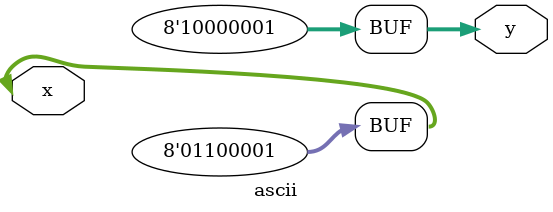
<source format=v>
`timescale 1ns / 1ps

module ascii(x,y);
    input [7:0]x;
    output [7:0]y;
    
    assign x="a";
    assign y=x+32;
endmodule

</source>
